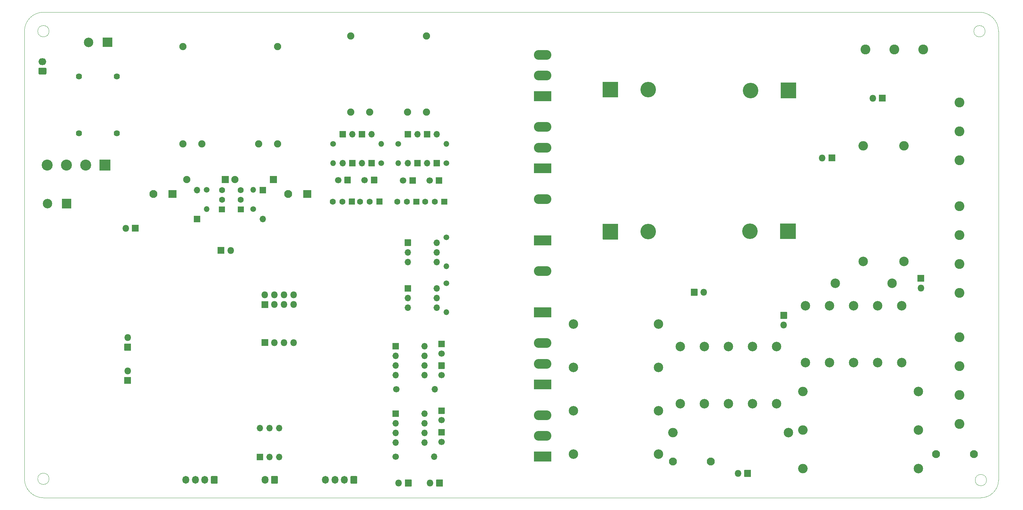
<source format=gbr>
%TF.GenerationSoftware,KiCad,Pcbnew,5.99.0-unknown-1f9723c~101~ubuntu18.04.1*%
%TF.CreationDate,2020-06-24T15:00:18+03:00*%
%TF.ProjectId,WaveUltrasonics,57617665-556c-4747-9261-736f6e696373,rev?*%
%TF.SameCoordinates,Original*%
%TF.FileFunction,Soldermask,Bot*%
%TF.FilePolarity,Negative*%
%FSLAX46Y46*%
G04 Gerber Fmt 4.6, Leading zero omitted, Abs format (unit mm)*
G04 Created by KiCad (PCBNEW 5.99.0-unknown-1f9723c~101~ubuntu18.04.1) date 2020-06-24 15:00:18*
%MOMM*%
%LPD*%
G01*
G04 APERTURE LIST*
%TA.AperFunction,Profile*%
%ADD10C,0.050000*%
%TD*%
%ADD11O,1.700000X1.700000*%
%ADD12O,1.800000X1.800000*%
%ADD13C,2.600000*%
%ADD14O,2.500000X2.500000*%
%ADD15C,2.500000*%
%ADD16C,1.624000*%
%ADD17C,1.900000*%
%ADD18O,1.500000X1.500000*%
%ADD19C,1.500000*%
%ADD20O,1.800000X2.050000*%
%ADD21O,1.800000X2.100000*%
%ADD22O,2.100000X1.800000*%
%ADD23C,2.100000*%
%ADD24C,4.100000*%
%ADD25C,1.600000*%
%ADD26C,1.700000*%
%ADD27O,4.600000X2.600000*%
%ADD28C,2.900000*%
%ADD29O,1.900000X1.900000*%
G04 APERTURE END LIST*
D10*
X66500000Y-63000000D02*
G75*
G02*
X71500000Y-58000000I5000000J0D01*
G01*
X73000000Y-63000000D02*
G75*
G03*
X73000000Y-63000000I-1500000J0D01*
G01*
X73000000Y-181000000D02*
G75*
G03*
X73000000Y-181000000I-1500000J0D01*
G01*
X71500000Y-186000000D02*
G75*
G02*
X66500000Y-181000000I0J5000000D01*
G01*
X319984000Y-63008000D02*
G75*
G03*
X319984000Y-63008000I-1500000J0D01*
G01*
X320348000Y-181348000D02*
G75*
G03*
X320348000Y-181348000I-1500000J0D01*
G01*
X323500000Y-181348000D02*
G75*
G02*
X318848000Y-186000000I-4652000J0D01*
G01*
X318500000Y-58000000D02*
G75*
G02*
X323500000Y-63000000I0J-5000000D01*
G01*
X66500000Y-181000000D02*
X66500000Y-63000000D01*
X318848000Y-186000000D02*
X71500000Y-186000000D01*
X323500000Y-63000000D02*
X323500000Y-181348000D01*
X71500000Y-58000000D02*
X318500000Y-58000000D01*
D11*
%TO.C,U15*%
X128651000Y-167640000D03*
X133731000Y-175260000D03*
X131191000Y-167640000D03*
X131191000Y-175260000D03*
X133731000Y-167640000D03*
G36*
G01*
X129451000Y-176110000D02*
X127851000Y-176110000D01*
G75*
G02*
X127801000Y-176060000I0J50000D01*
G01*
X127801000Y-174460000D01*
G75*
G02*
X127851000Y-174410000I50000J0D01*
G01*
X129451000Y-174410000D01*
G75*
G02*
X129501000Y-174460000I0J-50000D01*
G01*
X129501000Y-176060000D01*
G75*
G02*
X129451000Y-176110000I-50000J0D01*
G01*
G37*
%TD*%
D12*
%TO.C,TP9*%
X93726000Y-152527000D03*
G36*
G01*
X94626000Y-154217000D02*
X94626000Y-155917000D01*
G75*
G02*
X94576000Y-155967000I-50000J0D01*
G01*
X92876000Y-155967000D01*
G75*
G02*
X92826000Y-155917000I0J50000D01*
G01*
X92826000Y-154217000D01*
G75*
G02*
X92876000Y-154167000I50000J0D01*
G01*
X94576000Y-154167000D01*
G75*
G02*
X94626000Y-154217000I0J-50000D01*
G01*
G37*
%TD*%
%TO.C,TP8*%
X93726000Y-143764000D03*
G36*
G01*
X94626000Y-145454000D02*
X94626000Y-147154000D01*
G75*
G02*
X94576000Y-147204000I-50000J0D01*
G01*
X92876000Y-147204000D01*
G75*
G02*
X92826000Y-147154000I0J50000D01*
G01*
X92826000Y-145454000D01*
G75*
G02*
X92876000Y-145404000I50000J0D01*
G01*
X94576000Y-145404000D01*
G75*
G02*
X94626000Y-145454000I0J-50000D01*
G01*
G37*
%TD*%
%TO.C,J2*%
X137541000Y-132524500D03*
X137541000Y-135064500D03*
X135001000Y-132524500D03*
X135001000Y-135064500D03*
X132461000Y-132524500D03*
X132461000Y-135064500D03*
X129921000Y-132524500D03*
G36*
G01*
X130771000Y-135964500D02*
X129071000Y-135964500D01*
G75*
G02*
X129021000Y-135914500I0J50000D01*
G01*
X129021000Y-134214500D01*
G75*
G02*
X129071000Y-134164500I50000J0D01*
G01*
X130771000Y-134164500D01*
G75*
G02*
X130821000Y-134214500I0J-50000D01*
G01*
X130821000Y-135914500D01*
G75*
G02*
X130771000Y-135964500I-50000J0D01*
G01*
G37*
%TD*%
D13*
%TO.C,J1*%
X303657000Y-67818000D03*
X296037000Y-67818000D03*
X288417000Y-67818000D03*
%TD*%
D11*
%TO.C,U9*%
X172085000Y-163830000D03*
X164465000Y-171450000D03*
X172085000Y-166370000D03*
X164465000Y-168910000D03*
X172085000Y-168910000D03*
X164465000Y-166370000D03*
X172085000Y-171450000D03*
G36*
G01*
X163615000Y-164630000D02*
X163615000Y-163030000D01*
G75*
G02*
X163665000Y-162980000I50000J0D01*
G01*
X165265000Y-162980000D01*
G75*
G02*
X165315000Y-163030000I0J-50000D01*
G01*
X165315000Y-164630000D01*
G75*
G02*
X165265000Y-164680000I-50000J0D01*
G01*
X163665000Y-164680000D01*
G75*
G02*
X163615000Y-164630000I0J50000D01*
G01*
G37*
%TD*%
D12*
%TO.C,TP13*%
X93218000Y-114935000D03*
G36*
G01*
X94908000Y-114035000D02*
X96608000Y-114035000D01*
G75*
G02*
X96658000Y-114085000I0J-50000D01*
G01*
X96658000Y-115785000D01*
G75*
G02*
X96608000Y-115835000I-50000J0D01*
G01*
X94908000Y-115835000D01*
G75*
G02*
X94858000Y-115785000I0J50000D01*
G01*
X94858000Y-114085000D01*
G75*
G02*
X94908000Y-114035000I50000J0D01*
G01*
G37*
%TD*%
D14*
%TO.C,R76*%
X271907000Y-178308000D03*
D15*
X302387000Y-178308000D03*
%TD*%
%TO.C,C37*%
X211307000Y-174498000D03*
X233807000Y-174498000D03*
%TD*%
D16*
%TO.C,L1*%
X80852000Y-89923000D03*
X90852000Y-89923000D03*
X90852000Y-74923000D03*
X80852000Y-74923000D03*
%TD*%
D17*
%TO.C,T2*%
X108277000Y-92733000D03*
X113277000Y-92733000D03*
X128277000Y-92733000D03*
X133277000Y-92733000D03*
X133277000Y-67033000D03*
X108277000Y-67033000D03*
%TD*%
D12*
%TO.C,TP14*%
X120904000Y-120777000D03*
G36*
G01*
X119214000Y-121677000D02*
X117514000Y-121677000D01*
G75*
G02*
X117464000Y-121627000I0J50000D01*
G01*
X117464000Y-119927000D01*
G75*
G02*
X117514000Y-119877000I50000J0D01*
G01*
X119214000Y-119877000D01*
G75*
G02*
X119264000Y-119927000I0J-50000D01*
G01*
X119264000Y-121627000D01*
G75*
G02*
X119214000Y-121677000I-50000J0D01*
G01*
G37*
%TD*%
D14*
%TO.C,R77*%
X271907000Y-168148000D03*
D15*
X302387000Y-168148000D03*
%TD*%
D14*
%TO.C,R75*%
X271907000Y-157988000D03*
D15*
X302387000Y-157988000D03*
%TD*%
D14*
%TO.C,R74*%
X298577000Y-93218000D03*
D15*
X298577000Y-123698000D03*
%TD*%
D14*
%TO.C,R73*%
X287782000Y-93218000D03*
D15*
X287782000Y-123698000D03*
%TD*%
D18*
%TO.C,R2*%
X177800000Y-137033000D03*
D19*
X177800000Y-129413000D03*
%TD*%
D18*
%TO.C,R1*%
X177800000Y-124968000D03*
D19*
X177800000Y-117348000D03*
%TD*%
D13*
%TO.C,J10*%
X313182000Y-131953000D03*
X313182000Y-124333000D03*
X313182000Y-116713000D03*
X313182000Y-109093000D03*
%TD*%
%TO.C,J9*%
X313182000Y-166497000D03*
X313182000Y-158877000D03*
X313182000Y-151257000D03*
X313182000Y-143637000D03*
%TD*%
D20*
%TO.C,J8*%
X145916000Y-181292500D03*
X148416000Y-181292500D03*
X150916000Y-181292500D03*
G36*
G01*
X154316000Y-180532205D02*
X154316000Y-182052795D01*
G75*
G02*
X154051295Y-182317500I-264705J0D01*
G01*
X152780705Y-182317500D01*
G75*
G02*
X152516000Y-182052795I0J264705D01*
G01*
X152516000Y-180532205D01*
G75*
G02*
X152780705Y-180267500I264705J0D01*
G01*
X154051295Y-180267500D01*
G75*
G02*
X154316000Y-180532205I0J-264705D01*
G01*
G37*
%TD*%
D21*
%TO.C,J7*%
X129961000Y-181262500D03*
G36*
G01*
X133361000Y-180477205D02*
X133361000Y-182047795D01*
G75*
G02*
X133096295Y-182312500I-264705J0D01*
G01*
X131825705Y-182312500D01*
G75*
G02*
X131561000Y-182047795I0J264705D01*
G01*
X131561000Y-180477205D01*
G75*
G02*
X131825705Y-180212500I264705J0D01*
G01*
X133096295Y-180212500D01*
G75*
G02*
X133361000Y-180477205I0J-264705D01*
G01*
G37*
%TD*%
D20*
%TO.C,J6*%
X109086000Y-181292500D03*
X111586000Y-181292500D03*
X114086000Y-181292500D03*
G36*
G01*
X117486000Y-180532205D02*
X117486000Y-182052795D01*
G75*
G02*
X117221295Y-182317500I-264705J0D01*
G01*
X115950705Y-182317500D01*
G75*
G02*
X115686000Y-182052795I0J264705D01*
G01*
X115686000Y-180532205D01*
G75*
G02*
X115950705Y-180267500I264705J0D01*
G01*
X117221295Y-180267500D01*
G75*
G02*
X117486000Y-180532205I0J-264705D01*
G01*
G37*
%TD*%
D22*
%TO.C,J4*%
X71247000Y-71017543D03*
G36*
G01*
X72032295Y-74417543D02*
X70461705Y-74417543D01*
G75*
G02*
X70197000Y-74152838I0J264705D01*
G01*
X70197000Y-72882248D01*
G75*
G02*
X70461705Y-72617543I264705J0D01*
G01*
X72032295Y-72617543D01*
G75*
G02*
X72297000Y-72882248I0J-264705D01*
G01*
X72297000Y-74152838D01*
G75*
G02*
X72032295Y-74417543I-264705J0D01*
G01*
G37*
%TD*%
D15*
%TO.C,C76*%
X83392000Y-65913000D03*
G36*
G01*
X89642000Y-64713000D02*
X89642000Y-67113000D01*
G75*
G02*
X89592000Y-67163000I-50000J0D01*
G01*
X87192000Y-67163000D01*
G75*
G02*
X87142000Y-67113000I0J50000D01*
G01*
X87142000Y-64713000D01*
G75*
G02*
X87192000Y-64663000I50000J0D01*
G01*
X89592000Y-64663000D01*
G75*
G02*
X89642000Y-64713000I0J-50000D01*
G01*
G37*
%TD*%
D23*
%TO.C,C73*%
X306992000Y-174498000D03*
X316992000Y-174498000D03*
%TD*%
D15*
%TO.C,C72*%
X239522000Y-146163000D03*
X239522000Y-161163000D03*
%TD*%
D24*
%TO.C,C69*%
X257937000Y-115726000D03*
G36*
G01*
X269987000Y-113726000D02*
X269987000Y-117726000D01*
G75*
G02*
X269937000Y-117776000I-50000J0D01*
G01*
X265937000Y-117776000D01*
G75*
G02*
X265887000Y-117726000I0J50000D01*
G01*
X265887000Y-113726000D01*
G75*
G02*
X265937000Y-113676000I50000J0D01*
G01*
X269937000Y-113676000D01*
G75*
G02*
X269987000Y-113726000I0J-50000D01*
G01*
G37*
%TD*%
D15*
%TO.C,C35*%
X264922000Y-146163000D03*
X264922000Y-161163000D03*
%TD*%
%TO.C,C33*%
X258572000Y-146163000D03*
X258572000Y-161163000D03*
%TD*%
%TO.C,C31*%
X252222000Y-146163000D03*
X252222000Y-161163000D03*
%TD*%
%TO.C,C29*%
X245872000Y-146163000D03*
X245872000Y-161163000D03*
%TD*%
D12*
%TO.C,J5*%
X137541000Y-145097500D03*
X135001000Y-145097500D03*
X132461000Y-145097500D03*
G36*
G01*
X130771000Y-145997500D02*
X129071000Y-145997500D01*
G75*
G02*
X129021000Y-145947500I0J50000D01*
G01*
X129021000Y-144247500D01*
G75*
G02*
X129071000Y-144197500I50000J0D01*
G01*
X130771000Y-144197500D01*
G75*
G02*
X130821000Y-144247500I0J-50000D01*
G01*
X130821000Y-145947500D01*
G75*
G02*
X130771000Y-145997500I-50000J0D01*
G01*
G37*
%TD*%
D11*
%TO.C,U8*%
X172085000Y-146050000D03*
X164465000Y-153670000D03*
X172085000Y-148590000D03*
X164465000Y-151130000D03*
X172085000Y-151130000D03*
X164465000Y-148590000D03*
X172085000Y-153670000D03*
G36*
G01*
X163615000Y-146850000D02*
X163615000Y-145250000D01*
G75*
G02*
X163665000Y-145200000I50000J0D01*
G01*
X165265000Y-145200000D01*
G75*
G02*
X165315000Y-145250000I0J-50000D01*
G01*
X165315000Y-146850000D01*
G75*
G02*
X165265000Y-146900000I-50000J0D01*
G01*
X163665000Y-146900000D01*
G75*
G02*
X163615000Y-146850000I0J50000D01*
G01*
G37*
%TD*%
%TO.C,Q10*%
G36*
G01*
X152158000Y-107110000D02*
X153658000Y-107110000D01*
G75*
G02*
X153708000Y-107160000I0J-50000D01*
G01*
X153708000Y-108660000D01*
G75*
G02*
X153658000Y-108710000I-50000J0D01*
G01*
X152158000Y-108710000D01*
G75*
G02*
X152108000Y-108660000I0J50000D01*
G01*
X152108000Y-107160000D01*
G75*
G02*
X152158000Y-107110000I50000J0D01*
G01*
G37*
D25*
X147828000Y-107910000D03*
X150368000Y-107910000D03*
%TD*%
%TO.C,Q9*%
G36*
G01*
X159397000Y-107110000D02*
X160897000Y-107110000D01*
G75*
G02*
X160947000Y-107160000I0J-50000D01*
G01*
X160947000Y-108660000D01*
G75*
G02*
X160897000Y-108710000I-50000J0D01*
G01*
X159397000Y-108710000D01*
G75*
G02*
X159347000Y-108660000I0J50000D01*
G01*
X159347000Y-107160000D01*
G75*
G02*
X159397000Y-107110000I50000J0D01*
G01*
G37*
X155067000Y-107910000D03*
X157607000Y-107910000D03*
%TD*%
%TO.C,Q8*%
G36*
G01*
X169176000Y-107150000D02*
X170676000Y-107150000D01*
G75*
G02*
X170726000Y-107200000I0J-50000D01*
G01*
X170726000Y-108700000D01*
G75*
G02*
X170676000Y-108750000I-50000J0D01*
G01*
X169176000Y-108750000D01*
G75*
G02*
X169126000Y-108700000I0J50000D01*
G01*
X169126000Y-107200000D01*
G75*
G02*
X169176000Y-107150000I50000J0D01*
G01*
G37*
X164846000Y-107950000D03*
X167386000Y-107950000D03*
%TD*%
%TO.C,Q7*%
G36*
G01*
X176542000Y-107150000D02*
X178042000Y-107150000D01*
G75*
G02*
X178092000Y-107200000I0J-50000D01*
G01*
X178092000Y-108700000D01*
G75*
G02*
X178042000Y-108750000I-50000J0D01*
G01*
X176542000Y-108750000D01*
G75*
G02*
X176492000Y-108700000I0J50000D01*
G01*
X176492000Y-107200000D01*
G75*
G02*
X176542000Y-107150000I50000J0D01*
G01*
G37*
X172212000Y-107950000D03*
X174752000Y-107950000D03*
%TD*%
%TO.C,Q6*%
G36*
G01*
X119418000Y-109232000D02*
X119418000Y-110732000D01*
G75*
G02*
X119368000Y-110782000I-50000J0D01*
G01*
X117868000Y-110782000D01*
G75*
G02*
X117818000Y-110732000I0J50000D01*
G01*
X117818000Y-109232000D01*
G75*
G02*
X117868000Y-109182000I50000J0D01*
G01*
X119368000Y-109182000D01*
G75*
G02*
X119418000Y-109232000I0J-50000D01*
G01*
G37*
X118618000Y-104902000D03*
X118618000Y-107442000D03*
%TD*%
%TO.C,Q5*%
G36*
G01*
X124371000Y-109232000D02*
X124371000Y-110732000D01*
G75*
G02*
X124321000Y-110782000I-50000J0D01*
G01*
X122821000Y-110782000D01*
G75*
G02*
X122771000Y-110732000I0J50000D01*
G01*
X122771000Y-109232000D01*
G75*
G02*
X122821000Y-109182000I50000J0D01*
G01*
X124321000Y-109182000D01*
G75*
G02*
X124371000Y-109232000I0J-50000D01*
G01*
G37*
X123571000Y-104902000D03*
X123571000Y-107442000D03*
%TD*%
D15*
%TO.C,C21*%
X211307000Y-151638000D03*
X233807000Y-151638000D03*
%TD*%
D24*
%TO.C,C3*%
X231107000Y-78388000D03*
G36*
G01*
X219057000Y-80388000D02*
X219057000Y-76388000D01*
G75*
G02*
X219107000Y-76338000I50000J0D01*
G01*
X223107000Y-76338000D01*
G75*
G02*
X223157000Y-76388000I0J-50000D01*
G01*
X223157000Y-80388000D01*
G75*
G02*
X223107000Y-80438000I-50000J0D01*
G01*
X219107000Y-80438000D01*
G75*
G02*
X219057000Y-80388000I0J50000D01*
G01*
G37*
%TD*%
%TO.C,C2*%
G36*
G01*
X270147000Y-76613000D02*
X270147000Y-80613000D01*
G75*
G02*
X270097000Y-80663000I-50000J0D01*
G01*
X266097000Y-80663000D01*
G75*
G02*
X266047000Y-80613000I0J50000D01*
G01*
X266047000Y-76613000D01*
G75*
G02*
X266097000Y-76563000I50000J0D01*
G01*
X270097000Y-76563000D01*
G75*
G02*
X270147000Y-76613000I0J-50000D01*
G01*
G37*
X258097000Y-78613000D03*
%TD*%
%TO.C,C1*%
X231107000Y-115853000D03*
G36*
G01*
X219057000Y-117853000D02*
X219057000Y-113853000D01*
G75*
G02*
X219107000Y-113803000I50000J0D01*
G01*
X223107000Y-113803000D01*
G75*
G02*
X223157000Y-113853000I0J-50000D01*
G01*
X223157000Y-117853000D01*
G75*
G02*
X223107000Y-117903000I-50000J0D01*
G01*
X219107000Y-117903000D01*
G75*
G02*
X219057000Y-117853000I0J50000D01*
G01*
G37*
%TD*%
D12*
%TO.C,TP11*%
X303022000Y-130683000D03*
G36*
G01*
X302122000Y-128993000D02*
X302122000Y-127293000D01*
G75*
G02*
X302172000Y-127243000I50000J0D01*
G01*
X303872000Y-127243000D01*
G75*
G02*
X303922000Y-127293000I0J-50000D01*
G01*
X303922000Y-128993000D01*
G75*
G02*
X303872000Y-129043000I-50000J0D01*
G01*
X302172000Y-129043000D01*
G75*
G02*
X302122000Y-128993000I0J50000D01*
G01*
G37*
%TD*%
%TO.C,TP7*%
X254762000Y-179578000D03*
G36*
G01*
X256452000Y-178678000D02*
X258152000Y-178678000D01*
G75*
G02*
X258202000Y-178728000I0J-50000D01*
G01*
X258202000Y-180428000D01*
G75*
G02*
X258152000Y-180478000I-50000J0D01*
G01*
X256452000Y-180478000D01*
G75*
G02*
X256402000Y-180428000I0J50000D01*
G01*
X256402000Y-178728000D01*
G75*
G02*
X256452000Y-178678000I50000J0D01*
G01*
G37*
%TD*%
%TO.C,TP6*%
X266827000Y-140455000D03*
G36*
G01*
X265927000Y-138765000D02*
X265927000Y-137065000D01*
G75*
G02*
X265977000Y-137015000I50000J0D01*
G01*
X267677000Y-137015000D01*
G75*
G02*
X267727000Y-137065000I0J-50000D01*
G01*
X267727000Y-138765000D01*
G75*
G02*
X267677000Y-138815000I-50000J0D01*
G01*
X265977000Y-138815000D01*
G75*
G02*
X265927000Y-138765000I0J50000D01*
G01*
G37*
%TD*%
%TO.C,TP5*%
X165227000Y-182118000D03*
G36*
G01*
X166917000Y-181218000D02*
X168617000Y-181218000D01*
G75*
G02*
X168667000Y-181268000I0J-50000D01*
G01*
X168667000Y-182968000D01*
G75*
G02*
X168617000Y-183018000I-50000J0D01*
G01*
X166917000Y-183018000D01*
G75*
G02*
X166867000Y-182968000I0J50000D01*
G01*
X166867000Y-181268000D01*
G75*
G02*
X166917000Y-181218000I50000J0D01*
G01*
G37*
%TD*%
%TO.C,TP4*%
X173482000Y-182118000D03*
G36*
G01*
X175172000Y-181218000D02*
X176872000Y-181218000D01*
G75*
G02*
X176922000Y-181268000I0J-50000D01*
G01*
X176922000Y-182968000D01*
G75*
G02*
X176872000Y-183018000I-50000J0D01*
G01*
X175172000Y-183018000D01*
G75*
G02*
X175122000Y-182968000I0J50000D01*
G01*
X175122000Y-181268000D01*
G75*
G02*
X175172000Y-181218000I50000J0D01*
G01*
G37*
%TD*%
%TO.C,TP3*%
X290322000Y-80645000D03*
G36*
G01*
X292012000Y-79745000D02*
X293712000Y-79745000D01*
G75*
G02*
X293762000Y-79795000I0J-50000D01*
G01*
X293762000Y-81495000D01*
G75*
G02*
X293712000Y-81545000I-50000J0D01*
G01*
X292012000Y-81545000D01*
G75*
G02*
X291962000Y-81495000I0J50000D01*
G01*
X291962000Y-79795000D01*
G75*
G02*
X292012000Y-79745000I50000J0D01*
G01*
G37*
%TD*%
%TO.C,TP2*%
X276987000Y-96393000D03*
G36*
G01*
X278677000Y-95493000D02*
X280377000Y-95493000D01*
G75*
G02*
X280427000Y-95543000I0J-50000D01*
G01*
X280427000Y-97243000D01*
G75*
G02*
X280377000Y-97293000I-50000J0D01*
G01*
X278677000Y-97293000D01*
G75*
G02*
X278627000Y-97243000I0J50000D01*
G01*
X278627000Y-95543000D01*
G75*
G02*
X278677000Y-95493000I50000J0D01*
G01*
G37*
%TD*%
%TO.C,TP1*%
X245745000Y-131826000D03*
G36*
G01*
X244055000Y-132726000D02*
X242355000Y-132726000D01*
G75*
G02*
X242305000Y-132676000I0J50000D01*
G01*
X242305000Y-130976000D01*
G75*
G02*
X242355000Y-130926000I50000J0D01*
G01*
X244055000Y-130926000D01*
G75*
G02*
X244105000Y-130976000I0J-50000D01*
G01*
X244105000Y-132676000D01*
G75*
G02*
X244055000Y-132726000I-50000J0D01*
G01*
G37*
%TD*%
D14*
%TO.C,R19*%
X237617000Y-168783000D03*
D15*
X268097000Y-168783000D03*
%TD*%
%TO.C,C34*%
X291592000Y-135368000D03*
X291592000Y-150368000D03*
%TD*%
%TO.C,C32*%
X278892000Y-135368000D03*
X278892000Y-150368000D03*
%TD*%
%TO.C,C30*%
X297942000Y-135368000D03*
X297942000Y-150368000D03*
%TD*%
%TO.C,C28*%
X285242000Y-135368000D03*
X285242000Y-150368000D03*
%TD*%
%TO.C,C27*%
X272542000Y-135368000D03*
X272542000Y-150368000D03*
%TD*%
%TO.C,C25*%
X280402000Y-129413000D03*
X295402000Y-129413000D03*
%TD*%
D23*
%TO.C,C23*%
X247617000Y-176403000D03*
X237617000Y-176403000D03*
%TD*%
D11*
%TO.C,U2*%
X175260000Y-130810000D03*
X167640000Y-135890000D03*
X175260000Y-133350000D03*
X167640000Y-133350000D03*
X175260000Y-135890000D03*
G36*
G01*
X166790000Y-131610000D02*
X166790000Y-130010000D01*
G75*
G02*
X166840000Y-129960000I50000J0D01*
G01*
X168440000Y-129960000D01*
G75*
G02*
X168490000Y-130010000I0J-50000D01*
G01*
X168490000Y-131610000D01*
G75*
G02*
X168440000Y-131660000I-50000J0D01*
G01*
X166840000Y-131660000D01*
G75*
G02*
X166790000Y-131610000I0J50000D01*
G01*
G37*
%TD*%
%TO.C,U1*%
X175260000Y-118745000D03*
X167640000Y-123825000D03*
X175260000Y-121285000D03*
X167640000Y-121285000D03*
X175260000Y-123825000D03*
G36*
G01*
X166790000Y-119545000D02*
X166790000Y-117945000D01*
G75*
G02*
X166840000Y-117895000I50000J0D01*
G01*
X168440000Y-117895000D01*
G75*
G02*
X168490000Y-117945000I0J-50000D01*
G01*
X168490000Y-119545000D01*
G75*
G02*
X168440000Y-119595000I-50000J0D01*
G01*
X166840000Y-119595000D01*
G75*
G02*
X166790000Y-119545000I0J50000D01*
G01*
G37*
%TD*%
D17*
%TO.C,T3*%
X152560000Y-84295000D03*
X157560000Y-84295000D03*
X167560000Y-84295000D03*
X172560000Y-84295000D03*
X172560000Y-64295000D03*
X152560000Y-64295000D03*
%TD*%
D18*
%TO.C,R42*%
X147955000Y-97750000D03*
D19*
X147955000Y-92670000D03*
%TD*%
D18*
%TO.C,R41*%
X160655000Y-92710000D03*
D19*
X160655000Y-97790000D03*
%TD*%
D18*
%TO.C,R40*%
X165100000Y-97790000D03*
D19*
X165100000Y-92710000D03*
%TD*%
D18*
%TO.C,R39*%
X177800000Y-92710000D03*
D19*
X177800000Y-97790000D03*
%TD*%
D18*
%TO.C,R38*%
X114554000Y-109855000D03*
D19*
X114554000Y-104775000D03*
%TD*%
D18*
%TO.C,R37*%
X126873000Y-104775000D03*
D19*
X126873000Y-109855000D03*
%TD*%
D11*
%TO.C,R15*%
X174625000Y-175133000D03*
D26*
X164465000Y-175133000D03*
%TD*%
D11*
%TO.C,R14*%
X174752000Y-157353000D03*
D26*
X164592000Y-157353000D03*
%TD*%
D27*
%TO.C,Q2*%
X203200000Y-164233000D03*
X203200000Y-169683000D03*
G36*
G01*
X205450000Y-176433000D02*
X200950000Y-176433000D01*
G75*
G02*
X200900000Y-176383000I0J50000D01*
G01*
X200900000Y-173883000D01*
G75*
G02*
X200950000Y-173833000I50000J0D01*
G01*
X205450000Y-173833000D01*
G75*
G02*
X205500000Y-173883000I0J-50000D01*
G01*
X205500000Y-176383000D01*
G75*
G02*
X205450000Y-176433000I-50000J0D01*
G01*
G37*
%TD*%
%TO.C,Q1*%
X203200000Y-145233000D03*
X203200000Y-150683000D03*
G36*
G01*
X205450000Y-157433000D02*
X200950000Y-157433000D01*
G75*
G02*
X200900000Y-157383000I0J50000D01*
G01*
X200900000Y-154883000D01*
G75*
G02*
X200950000Y-154833000I50000J0D01*
G01*
X205450000Y-154833000D01*
G75*
G02*
X205500000Y-154883000I0J-50000D01*
G01*
X205500000Y-157383000D01*
G75*
G02*
X205450000Y-157433000I-50000J0D01*
G01*
G37*
%TD*%
D13*
%TO.C,J3*%
X313182000Y-97028000D03*
X313182000Y-89408000D03*
X313182000Y-81788000D03*
%TD*%
D11*
%TO.C,D21*%
X153035000Y-90170000D03*
G36*
G01*
X153835000Y-98640000D02*
X152235000Y-98640000D01*
G75*
G02*
X152185000Y-98590000I0J50000D01*
G01*
X152185000Y-96990000D01*
G75*
G02*
X152235000Y-96940000I50000J0D01*
G01*
X153835000Y-96940000D01*
G75*
G02*
X153885000Y-96990000I0J-50000D01*
G01*
X153885000Y-98590000D01*
G75*
G02*
X153835000Y-98640000I-50000J0D01*
G01*
G37*
%TD*%
%TO.C,D20*%
X155575000Y-97790000D03*
G36*
G01*
X154775000Y-89320000D02*
X156375000Y-89320000D01*
G75*
G02*
X156425000Y-89370000I0J-50000D01*
G01*
X156425000Y-90970000D01*
G75*
G02*
X156375000Y-91020000I-50000J0D01*
G01*
X154775000Y-91020000D01*
G75*
G02*
X154725000Y-90970000I0J50000D01*
G01*
X154725000Y-89370000D01*
G75*
G02*
X154775000Y-89320000I50000J0D01*
G01*
G37*
%TD*%
%TO.C,D19*%
X170180000Y-90170000D03*
G36*
G01*
X170980000Y-98640000D02*
X169380000Y-98640000D01*
G75*
G02*
X169330000Y-98590000I0J50000D01*
G01*
X169330000Y-96990000D01*
G75*
G02*
X169380000Y-96940000I50000J0D01*
G01*
X170980000Y-96940000D01*
G75*
G02*
X171030000Y-96990000I0J-50000D01*
G01*
X171030000Y-98590000D01*
G75*
G02*
X170980000Y-98640000I-50000J0D01*
G01*
G37*
%TD*%
%TO.C,D18*%
X172720000Y-97790000D03*
G36*
G01*
X171920000Y-89320000D02*
X173520000Y-89320000D01*
G75*
G02*
X173570000Y-89370000I0J-50000D01*
G01*
X173570000Y-90970000D01*
G75*
G02*
X173520000Y-91020000I-50000J0D01*
G01*
X171920000Y-91020000D01*
G75*
G02*
X171870000Y-90970000I0J50000D01*
G01*
X171870000Y-89370000D01*
G75*
G02*
X171920000Y-89320000I50000J0D01*
G01*
G37*
%TD*%
%TO.C,D13*%
X150495000Y-97750000D03*
G36*
G01*
X149695000Y-89280000D02*
X151295000Y-89280000D01*
G75*
G02*
X151345000Y-89330000I0J-50000D01*
G01*
X151345000Y-90930000D01*
G75*
G02*
X151295000Y-90980000I-50000J0D01*
G01*
X149695000Y-90980000D01*
G75*
G02*
X149645000Y-90930000I0J50000D01*
G01*
X149645000Y-89330000D01*
G75*
G02*
X149695000Y-89280000I50000J0D01*
G01*
G37*
%TD*%
%TO.C,D12*%
X158115000Y-90130000D03*
G36*
G01*
X158915000Y-98600000D02*
X157315000Y-98600000D01*
G75*
G02*
X157265000Y-98550000I0J50000D01*
G01*
X157265000Y-96950000D01*
G75*
G02*
X157315000Y-96900000I50000J0D01*
G01*
X158915000Y-96900000D01*
G75*
G02*
X158965000Y-96950000I0J-50000D01*
G01*
X158965000Y-98550000D01*
G75*
G02*
X158915000Y-98600000I-50000J0D01*
G01*
G37*
%TD*%
%TO.C,D11*%
X167640000Y-97790000D03*
G36*
G01*
X166840000Y-89320000D02*
X168440000Y-89320000D01*
G75*
G02*
X168490000Y-89370000I0J-50000D01*
G01*
X168490000Y-90970000D01*
G75*
G02*
X168440000Y-91020000I-50000J0D01*
G01*
X166840000Y-91020000D01*
G75*
G02*
X166790000Y-90970000I0J50000D01*
G01*
X166790000Y-89370000D01*
G75*
G02*
X166840000Y-89320000I50000J0D01*
G01*
G37*
%TD*%
%TO.C,D10*%
X175260000Y-90170000D03*
G36*
G01*
X176060000Y-98640000D02*
X174460000Y-98640000D01*
G75*
G02*
X174410000Y-98590000I0J50000D01*
G01*
X174410000Y-96990000D01*
G75*
G02*
X174460000Y-96940000I50000J0D01*
G01*
X176060000Y-96940000D01*
G75*
G02*
X176110000Y-96990000I0J-50000D01*
G01*
X176110000Y-98590000D01*
G75*
G02*
X176060000Y-98640000I-50000J0D01*
G01*
G37*
%TD*%
%TO.C,D9*%
X112014000Y-104902000D03*
G36*
G01*
X112814000Y-113372000D02*
X111214000Y-113372000D01*
G75*
G02*
X111164000Y-113322000I0J50000D01*
G01*
X111164000Y-111722000D01*
G75*
G02*
X111214000Y-111672000I50000J0D01*
G01*
X112814000Y-111672000D01*
G75*
G02*
X112864000Y-111722000I0J-50000D01*
G01*
X112864000Y-113322000D01*
G75*
G02*
X112814000Y-113372000I-50000J0D01*
G01*
G37*
%TD*%
%TO.C,D8*%
X129413000Y-112522000D03*
G36*
G01*
X128613000Y-104052000D02*
X130213000Y-104052000D01*
G75*
G02*
X130263000Y-104102000I0J-50000D01*
G01*
X130263000Y-105702000D01*
G75*
G02*
X130213000Y-105752000I-50000J0D01*
G01*
X128613000Y-105752000D01*
G75*
G02*
X128563000Y-105702000I0J50000D01*
G01*
X128563000Y-104102000D01*
G75*
G02*
X128613000Y-104052000I50000J0D01*
G01*
G37*
%TD*%
%TO.C,D7*%
G36*
G01*
X89207000Y-96898000D02*
X89207000Y-99698000D01*
G75*
G02*
X89157000Y-99748000I-50000J0D01*
G01*
X86357000Y-99748000D01*
G75*
G02*
X86307000Y-99698000I0J50000D01*
G01*
X86307000Y-96898000D01*
G75*
G02*
X86357000Y-96848000I50000J0D01*
G01*
X89157000Y-96848000D01*
G75*
G02*
X89207000Y-96898000I0J-50000D01*
G01*
G37*
D28*
X82677000Y-98298000D03*
X77597000Y-98298000D03*
X72517000Y-98298000D03*
%TD*%
D29*
%TO.C,D6*%
X109347000Y-102108000D03*
G36*
G01*
X120457000Y-101208000D02*
X120457000Y-103008000D01*
G75*
G02*
X120407000Y-103058000I-50000J0D01*
G01*
X118607000Y-103058000D01*
G75*
G02*
X118557000Y-103008000I0J50000D01*
G01*
X118557000Y-101208000D01*
G75*
G02*
X118607000Y-101158000I50000J0D01*
G01*
X120407000Y-101158000D01*
G75*
G02*
X120457000Y-101208000I0J-50000D01*
G01*
G37*
%TD*%
%TO.C,D5*%
X122047000Y-102108000D03*
G36*
G01*
X133157000Y-101208000D02*
X133157000Y-103008000D01*
G75*
G02*
X133107000Y-103058000I-50000J0D01*
G01*
X131307000Y-103058000D01*
G75*
G02*
X131257000Y-103008000I0J50000D01*
G01*
X131257000Y-101208000D01*
G75*
G02*
X131307000Y-101158000I50000J0D01*
G01*
X133107000Y-101158000D01*
G75*
G02*
X133157000Y-101208000I0J-50000D01*
G01*
G37*
%TD*%
D27*
%TO.C,D4*%
X203200000Y-126233000D03*
G36*
G01*
X205450000Y-138433000D02*
X200950000Y-138433000D01*
G75*
G02*
X200900000Y-138383000I0J50000D01*
G01*
X200900000Y-135883000D01*
G75*
G02*
X200950000Y-135833000I50000J0D01*
G01*
X205450000Y-135833000D01*
G75*
G02*
X205500000Y-135883000I0J-50000D01*
G01*
X205500000Y-138383000D01*
G75*
G02*
X205450000Y-138433000I-50000J0D01*
G01*
G37*
%TD*%
%TO.C,D3*%
X203200000Y-88233000D03*
X203200000Y-93683000D03*
G36*
G01*
X205450000Y-100433000D02*
X200950000Y-100433000D01*
G75*
G02*
X200900000Y-100383000I0J50000D01*
G01*
X200900000Y-97883000D01*
G75*
G02*
X200950000Y-97833000I50000J0D01*
G01*
X205450000Y-97833000D01*
G75*
G02*
X205500000Y-97883000I0J-50000D01*
G01*
X205500000Y-100383000D01*
G75*
G02*
X205450000Y-100433000I-50000J0D01*
G01*
G37*
%TD*%
%TO.C,D2*%
X203200000Y-107233000D03*
G36*
G01*
X205450000Y-119433000D02*
X200950000Y-119433000D01*
G75*
G02*
X200900000Y-119383000I0J50000D01*
G01*
X200900000Y-116883000D01*
G75*
G02*
X200950000Y-116833000I50000J0D01*
G01*
X205450000Y-116833000D01*
G75*
G02*
X205500000Y-116883000I0J-50000D01*
G01*
X205500000Y-119383000D01*
G75*
G02*
X205450000Y-119433000I-50000J0D01*
G01*
G37*
%TD*%
%TO.C,D1*%
X203200000Y-69233000D03*
X203200000Y-74683000D03*
G36*
G01*
X205450000Y-81433000D02*
X200950000Y-81433000D01*
G75*
G02*
X200900000Y-81383000I0J50000D01*
G01*
X200900000Y-78883000D01*
G75*
G02*
X200950000Y-78833000I50000J0D01*
G01*
X205450000Y-78833000D01*
G75*
G02*
X205500000Y-78883000I0J-50000D01*
G01*
X205500000Y-81383000D01*
G75*
G02*
X205450000Y-81433000I-50000J0D01*
G01*
G37*
%TD*%
D26*
%TO.C,C54*%
X149265000Y-102235000D03*
G36*
G01*
X152615000Y-101435000D02*
X152615000Y-103035000D01*
G75*
G02*
X152565000Y-103085000I-50000J0D01*
G01*
X150965000Y-103085000D01*
G75*
G02*
X150915000Y-103035000I0J50000D01*
G01*
X150915000Y-101435000D01*
G75*
G02*
X150965000Y-101385000I50000J0D01*
G01*
X152565000Y-101385000D01*
G75*
G02*
X152615000Y-101435000I0J-50000D01*
G01*
G37*
%TD*%
%TO.C,C53*%
X156250000Y-102235000D03*
G36*
G01*
X159600000Y-101435000D02*
X159600000Y-103035000D01*
G75*
G02*
X159550000Y-103085000I-50000J0D01*
G01*
X157950000Y-103085000D01*
G75*
G02*
X157900000Y-103035000I0J50000D01*
G01*
X157900000Y-101435000D01*
G75*
G02*
X157950000Y-101385000I50000J0D01*
G01*
X159550000Y-101385000D01*
G75*
G02*
X159600000Y-101435000I0J-50000D01*
G01*
G37*
%TD*%
%TO.C,C52*%
X166410000Y-102362000D03*
G36*
G01*
X169760000Y-101562000D02*
X169760000Y-103162000D01*
G75*
G02*
X169710000Y-103212000I-50000J0D01*
G01*
X168110000Y-103212000D01*
G75*
G02*
X168060000Y-103162000I0J50000D01*
G01*
X168060000Y-101562000D01*
G75*
G02*
X168110000Y-101512000I50000J0D01*
G01*
X169710000Y-101512000D01*
G75*
G02*
X169760000Y-101562000I0J-50000D01*
G01*
G37*
%TD*%
%TO.C,C51*%
X173395000Y-102362000D03*
G36*
G01*
X176745000Y-101562000D02*
X176745000Y-103162000D01*
G75*
G02*
X176695000Y-103212000I-50000J0D01*
G01*
X175095000Y-103212000D01*
G75*
G02*
X175045000Y-103162000I0J50000D01*
G01*
X175045000Y-101562000D01*
G75*
G02*
X175095000Y-101512000I50000J0D01*
G01*
X176695000Y-101512000D01*
G75*
G02*
X176745000Y-101562000I0J-50000D01*
G01*
G37*
%TD*%
D15*
%TO.C,C47*%
X72597000Y-108458000D03*
G36*
G01*
X78847000Y-107258000D02*
X78847000Y-109658000D01*
G75*
G02*
X78797000Y-109708000I-50000J0D01*
G01*
X76397000Y-109708000D01*
G75*
G02*
X76347000Y-109658000I0J50000D01*
G01*
X76347000Y-107258000D01*
G75*
G02*
X76397000Y-107208000I50000J0D01*
G01*
X78797000Y-107208000D01*
G75*
G02*
X78847000Y-107258000I0J-50000D01*
G01*
G37*
%TD*%
D23*
%TO.C,C46*%
X100537000Y-105918000D03*
G36*
G01*
X106587000Y-104918000D02*
X106587000Y-106918000D01*
G75*
G02*
X106537000Y-106968000I-50000J0D01*
G01*
X104537000Y-106968000D01*
G75*
G02*
X104487000Y-106918000I0J50000D01*
G01*
X104487000Y-104918000D01*
G75*
G02*
X104537000Y-104868000I50000J0D01*
G01*
X106537000Y-104868000D01*
G75*
G02*
X106587000Y-104918000I0J-50000D01*
G01*
G37*
%TD*%
%TO.C,C45*%
X136097000Y-105918000D03*
G36*
G01*
X142147000Y-104918000D02*
X142147000Y-106918000D01*
G75*
G02*
X142097000Y-106968000I-50000J0D01*
G01*
X140097000Y-106968000D01*
G75*
G02*
X140047000Y-106918000I0J50000D01*
G01*
X140047000Y-104918000D01*
G75*
G02*
X140097000Y-104868000I50000J0D01*
G01*
X142097000Y-104868000D01*
G75*
G02*
X142147000Y-104918000I0J-50000D01*
G01*
G37*
%TD*%
D15*
%TO.C,C36*%
X211307000Y-163068000D03*
X233807000Y-163068000D03*
%TD*%
%TO.C,C20*%
X211307000Y-140208000D03*
X233807000Y-140208000D03*
%TD*%
D26*
%TO.C,C19*%
X176530000Y-171251250D03*
G36*
G01*
X175730000Y-167901250D02*
X177330000Y-167901250D01*
G75*
G02*
X177380000Y-167951250I0J-50000D01*
G01*
X177380000Y-169551250D01*
G75*
G02*
X177330000Y-169601250I-50000J0D01*
G01*
X175730000Y-169601250D01*
G75*
G02*
X175680000Y-169551250I0J50000D01*
G01*
X175680000Y-167951250D01*
G75*
G02*
X175730000Y-167901250I50000J0D01*
G01*
G37*
%TD*%
%TO.C,C18*%
X176530000Y-165536250D03*
G36*
G01*
X175730000Y-162186250D02*
X177330000Y-162186250D01*
G75*
G02*
X177380000Y-162236250I0J-50000D01*
G01*
X177380000Y-163836250D01*
G75*
G02*
X177330000Y-163886250I-50000J0D01*
G01*
X175730000Y-163886250D01*
G75*
G02*
X175680000Y-163836250I0J50000D01*
G01*
X175680000Y-162236250D01*
G75*
G02*
X175730000Y-162186250I50000J0D01*
G01*
G37*
%TD*%
%TO.C,C17*%
X176530000Y-153670000D03*
G36*
G01*
X175730000Y-150320000D02*
X177330000Y-150320000D01*
G75*
G02*
X177380000Y-150370000I0J-50000D01*
G01*
X177380000Y-151970000D01*
G75*
G02*
X177330000Y-152020000I-50000J0D01*
G01*
X175730000Y-152020000D01*
G75*
G02*
X175680000Y-151970000I0J50000D01*
G01*
X175680000Y-150370000D01*
G75*
G02*
X175730000Y-150320000I50000J0D01*
G01*
G37*
%TD*%
%TO.C,C16*%
X176530000Y-147955000D03*
G36*
G01*
X175730000Y-144605000D02*
X177330000Y-144605000D01*
G75*
G02*
X177380000Y-144655000I0J-50000D01*
G01*
X177380000Y-146255000D01*
G75*
G02*
X177330000Y-146305000I-50000J0D01*
G01*
X175730000Y-146305000D01*
G75*
G02*
X175680000Y-146255000I0J50000D01*
G01*
X175680000Y-144655000D01*
G75*
G02*
X175730000Y-144605000I50000J0D01*
G01*
G37*
%TD*%
M02*

</source>
